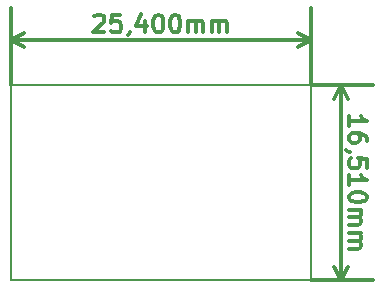
<source format=gbr>
G04 #@! TF.FileFunction,Drawing*
%FSLAX46Y46*%
G04 Gerber Fmt 4.6, Leading zero omitted, Abs format (unit mm)*
G04 Created by KiCad (PCBNEW 4.0.0-rc1-stable) date 30/11/2015 21:11:26*
%MOMM*%
G01*
G04 APERTURE LIST*
%ADD10C,0.100000*%
%ADD11C,0.300000*%
%ADD12C,0.150000*%
G04 APERTURE END LIST*
D10*
D11*
X133422144Y-91316429D02*
X133493573Y-91245000D01*
X133636430Y-91173571D01*
X133993573Y-91173571D01*
X134136430Y-91245000D01*
X134207859Y-91316429D01*
X134279287Y-91459286D01*
X134279287Y-91602143D01*
X134207859Y-91816429D01*
X133350716Y-92673571D01*
X134279287Y-92673571D01*
X135636430Y-91173571D02*
X134922144Y-91173571D01*
X134850715Y-91887857D01*
X134922144Y-91816429D01*
X135065001Y-91745000D01*
X135422144Y-91745000D01*
X135565001Y-91816429D01*
X135636430Y-91887857D01*
X135707858Y-92030714D01*
X135707858Y-92387857D01*
X135636430Y-92530714D01*
X135565001Y-92602143D01*
X135422144Y-92673571D01*
X135065001Y-92673571D01*
X134922144Y-92602143D01*
X134850715Y-92530714D01*
X136422143Y-92602143D02*
X136422143Y-92673571D01*
X136350715Y-92816429D01*
X136279286Y-92887857D01*
X137707858Y-91673571D02*
X137707858Y-92673571D01*
X137350715Y-91102143D02*
X136993572Y-92173571D01*
X137922144Y-92173571D01*
X138779286Y-91173571D02*
X138922143Y-91173571D01*
X139065000Y-91245000D01*
X139136429Y-91316429D01*
X139207858Y-91459286D01*
X139279286Y-91745000D01*
X139279286Y-92102143D01*
X139207858Y-92387857D01*
X139136429Y-92530714D01*
X139065000Y-92602143D01*
X138922143Y-92673571D01*
X138779286Y-92673571D01*
X138636429Y-92602143D01*
X138565000Y-92530714D01*
X138493572Y-92387857D01*
X138422143Y-92102143D01*
X138422143Y-91745000D01*
X138493572Y-91459286D01*
X138565000Y-91316429D01*
X138636429Y-91245000D01*
X138779286Y-91173571D01*
X140207857Y-91173571D02*
X140350714Y-91173571D01*
X140493571Y-91245000D01*
X140565000Y-91316429D01*
X140636429Y-91459286D01*
X140707857Y-91745000D01*
X140707857Y-92102143D01*
X140636429Y-92387857D01*
X140565000Y-92530714D01*
X140493571Y-92602143D01*
X140350714Y-92673571D01*
X140207857Y-92673571D01*
X140065000Y-92602143D01*
X139993571Y-92530714D01*
X139922143Y-92387857D01*
X139850714Y-92102143D01*
X139850714Y-91745000D01*
X139922143Y-91459286D01*
X139993571Y-91316429D01*
X140065000Y-91245000D01*
X140207857Y-91173571D01*
X141350714Y-92673571D02*
X141350714Y-91673571D01*
X141350714Y-91816429D02*
X141422142Y-91745000D01*
X141565000Y-91673571D01*
X141779285Y-91673571D01*
X141922142Y-91745000D01*
X141993571Y-91887857D01*
X141993571Y-92673571D01*
X141993571Y-91887857D02*
X142065000Y-91745000D01*
X142207857Y-91673571D01*
X142422142Y-91673571D01*
X142565000Y-91745000D01*
X142636428Y-91887857D01*
X142636428Y-92673571D01*
X143350714Y-92673571D02*
X143350714Y-91673571D01*
X143350714Y-91816429D02*
X143422142Y-91745000D01*
X143565000Y-91673571D01*
X143779285Y-91673571D01*
X143922142Y-91745000D01*
X143993571Y-91887857D01*
X143993571Y-92673571D01*
X143993571Y-91887857D02*
X144065000Y-91745000D01*
X144207857Y-91673571D01*
X144422142Y-91673571D01*
X144565000Y-91745000D01*
X144636428Y-91887857D01*
X144636428Y-92673571D01*
X126365000Y-93345000D02*
X151765000Y-93345000D01*
X126365000Y-97155000D02*
X126365000Y-90645000D01*
X151765000Y-97155000D02*
X151765000Y-90645000D01*
X151765000Y-93345000D02*
X150638496Y-93931421D01*
X151765000Y-93345000D02*
X150638496Y-92758579D01*
X126365000Y-93345000D02*
X127491504Y-93931421D01*
X126365000Y-93345000D02*
X127491504Y-92758579D01*
X154976429Y-100624287D02*
X154976429Y-99767144D01*
X154976429Y-100195716D02*
X156476429Y-100195716D01*
X156262143Y-100052859D01*
X156119286Y-99910001D01*
X156047857Y-99767144D01*
X156476429Y-101910001D02*
X156476429Y-101624287D01*
X156405000Y-101481430D01*
X156333571Y-101410001D01*
X156119286Y-101267144D01*
X155833571Y-101195715D01*
X155262143Y-101195715D01*
X155119286Y-101267144D01*
X155047857Y-101338572D01*
X154976429Y-101481430D01*
X154976429Y-101767144D01*
X155047857Y-101910001D01*
X155119286Y-101981430D01*
X155262143Y-102052858D01*
X155619286Y-102052858D01*
X155762143Y-101981430D01*
X155833571Y-101910001D01*
X155905000Y-101767144D01*
X155905000Y-101481430D01*
X155833571Y-101338572D01*
X155762143Y-101267144D01*
X155619286Y-101195715D01*
X155047857Y-102767143D02*
X154976429Y-102767143D01*
X154833571Y-102695715D01*
X154762143Y-102624286D01*
X156476429Y-104124287D02*
X156476429Y-103410001D01*
X155762143Y-103338572D01*
X155833571Y-103410001D01*
X155905000Y-103552858D01*
X155905000Y-103910001D01*
X155833571Y-104052858D01*
X155762143Y-104124287D01*
X155619286Y-104195715D01*
X155262143Y-104195715D01*
X155119286Y-104124287D01*
X155047857Y-104052858D01*
X154976429Y-103910001D01*
X154976429Y-103552858D01*
X155047857Y-103410001D01*
X155119286Y-103338572D01*
X154976429Y-105624286D02*
X154976429Y-104767143D01*
X154976429Y-105195715D02*
X156476429Y-105195715D01*
X156262143Y-105052858D01*
X156119286Y-104910000D01*
X156047857Y-104767143D01*
X156476429Y-106552857D02*
X156476429Y-106695714D01*
X156405000Y-106838571D01*
X156333571Y-106910000D01*
X156190714Y-106981429D01*
X155905000Y-107052857D01*
X155547857Y-107052857D01*
X155262143Y-106981429D01*
X155119286Y-106910000D01*
X155047857Y-106838571D01*
X154976429Y-106695714D01*
X154976429Y-106552857D01*
X155047857Y-106410000D01*
X155119286Y-106338571D01*
X155262143Y-106267143D01*
X155547857Y-106195714D01*
X155905000Y-106195714D01*
X156190714Y-106267143D01*
X156333571Y-106338571D01*
X156405000Y-106410000D01*
X156476429Y-106552857D01*
X154976429Y-107695714D02*
X155976429Y-107695714D01*
X155833571Y-107695714D02*
X155905000Y-107767142D01*
X155976429Y-107910000D01*
X155976429Y-108124285D01*
X155905000Y-108267142D01*
X155762143Y-108338571D01*
X154976429Y-108338571D01*
X155762143Y-108338571D02*
X155905000Y-108410000D01*
X155976429Y-108552857D01*
X155976429Y-108767142D01*
X155905000Y-108910000D01*
X155762143Y-108981428D01*
X154976429Y-108981428D01*
X154976429Y-109695714D02*
X155976429Y-109695714D01*
X155833571Y-109695714D02*
X155905000Y-109767142D01*
X155976429Y-109910000D01*
X155976429Y-110124285D01*
X155905000Y-110267142D01*
X155762143Y-110338571D01*
X154976429Y-110338571D01*
X155762143Y-110338571D02*
X155905000Y-110410000D01*
X155976429Y-110552857D01*
X155976429Y-110767142D01*
X155905000Y-110910000D01*
X155762143Y-110981428D01*
X154976429Y-110981428D01*
X154305000Y-97155000D02*
X154305000Y-113665000D01*
X151765000Y-97155000D02*
X157005000Y-97155000D01*
X151765000Y-113665000D02*
X157005000Y-113665000D01*
X154305000Y-113665000D02*
X153718579Y-112538496D01*
X154305000Y-113665000D02*
X154891421Y-112538496D01*
X154305000Y-97155000D02*
X153718579Y-98281504D01*
X154305000Y-97155000D02*
X154891421Y-98281504D01*
D12*
X151765000Y-113665000D02*
X147955000Y-113665000D01*
X151765000Y-97155000D02*
X151765000Y-113665000D01*
X147955000Y-97155000D02*
X151765000Y-97155000D01*
X126365000Y-113665000D02*
X147955000Y-113665000D01*
X126365000Y-113030000D02*
X126365000Y-113665000D01*
X126365000Y-97155000D02*
X126365000Y-113030000D01*
X147955000Y-97155000D02*
X126365000Y-97155000D01*
M02*

</source>
